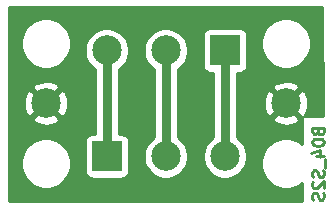
<source format=gbr>
G04 #@! TF.GenerationSoftware,KiCad,Pcbnew,5.1.5-52549c5~86~ubuntu18.04.1*
G04 #@! TF.CreationDate,2020-10-02T17:19:18-05:00*
G04 #@! TF.ProjectId,B04,4230342e-6b69-4636-9164-5f7063625858,rev?*
G04 #@! TF.SameCoordinates,Original*
G04 #@! TF.FileFunction,Copper,L2,Bot*
G04 #@! TF.FilePolarity,Positive*
%FSLAX46Y46*%
G04 Gerber Fmt 4.6, Leading zero omitted, Abs format (unit mm)*
G04 Created by KiCad (PCBNEW 5.1.5-52549c5~86~ubuntu18.04.1) date 2020-10-02 17:19:18*
%MOMM*%
%LPD*%
G04 APERTURE LIST*
%ADD10C,0.250000*%
%ADD11C,2.500000*%
%ADD12R,2.500000X2.500000*%
%ADD13C,2.499360*%
%ADD14C,0.750000*%
%ADD15C,0.254000*%
G04 APERTURE END LIST*
D10*
X46816971Y-31269323D02*
X46864590Y-31412180D01*
X46912209Y-31459800D01*
X47007447Y-31507419D01*
X47150304Y-31507419D01*
X47245542Y-31459800D01*
X47293161Y-31412180D01*
X47340780Y-31316942D01*
X47340780Y-30935990D01*
X46340780Y-30935990D01*
X46340780Y-31269323D01*
X46388400Y-31364561D01*
X46436019Y-31412180D01*
X46531257Y-31459800D01*
X46626495Y-31459800D01*
X46721733Y-31412180D01*
X46769352Y-31364561D01*
X46816971Y-31269323D01*
X46816971Y-30935990D01*
X46340780Y-32126466D02*
X46340780Y-32221704D01*
X46388400Y-32316942D01*
X46436019Y-32364561D01*
X46531257Y-32412180D01*
X46721733Y-32459800D01*
X46959828Y-32459800D01*
X47150304Y-32412180D01*
X47245542Y-32364561D01*
X47293161Y-32316942D01*
X47340780Y-32221704D01*
X47340780Y-32126466D01*
X47293161Y-32031228D01*
X47245542Y-31983609D01*
X47150304Y-31935990D01*
X46959828Y-31888371D01*
X46721733Y-31888371D01*
X46531257Y-31935990D01*
X46436019Y-31983609D01*
X46388400Y-32031228D01*
X46340780Y-32126466D01*
X46674114Y-33316942D02*
X47340780Y-33316942D01*
X46293161Y-33078847D02*
X47007447Y-32840752D01*
X47007447Y-33459800D01*
X47436019Y-33602657D02*
X47436019Y-34364561D01*
X47293161Y-34555038D02*
X47340780Y-34697895D01*
X47340780Y-34935990D01*
X47293161Y-35031228D01*
X47245542Y-35078847D01*
X47150304Y-35126466D01*
X47055066Y-35126466D01*
X46959828Y-35078847D01*
X46912209Y-35031228D01*
X46864590Y-34935990D01*
X46816971Y-34745514D01*
X46769352Y-34650276D01*
X46721733Y-34602657D01*
X46626495Y-34555038D01*
X46531257Y-34555038D01*
X46436019Y-34602657D01*
X46388400Y-34650276D01*
X46340780Y-34745514D01*
X46340780Y-34983609D01*
X46388400Y-35126466D01*
X46436019Y-35507419D02*
X46388400Y-35555038D01*
X46340780Y-35650276D01*
X46340780Y-35888371D01*
X46388400Y-35983609D01*
X46436019Y-36031228D01*
X46531257Y-36078847D01*
X46626495Y-36078847D01*
X46769352Y-36031228D01*
X47340780Y-35459800D01*
X47340780Y-36078847D01*
X47293161Y-36459800D02*
X47340780Y-36602657D01*
X47340780Y-36840752D01*
X47293161Y-36935990D01*
X47245542Y-36983609D01*
X47150304Y-37031228D01*
X47055066Y-37031228D01*
X46959828Y-36983609D01*
X46912209Y-36935990D01*
X46864590Y-36840752D01*
X46816971Y-36650276D01*
X46769352Y-36555038D01*
X46721733Y-36507419D01*
X46626495Y-36459800D01*
X46531257Y-36459800D01*
X46436019Y-36507419D01*
X46388400Y-36555038D01*
X46340780Y-36650276D01*
X46340780Y-36888371D01*
X46388400Y-37031228D01*
D11*
X38970000Y-33370600D03*
X33970000Y-33370600D03*
D12*
X28970000Y-33370600D03*
D11*
X28970000Y-24409400D03*
X33970000Y-24409400D03*
D12*
X38970000Y-24409400D03*
D13*
X44130000Y-28890000D03*
X23810000Y-28890000D03*
D14*
X28970000Y-26177166D02*
X28970000Y-33370600D01*
X28970000Y-24409400D02*
X28970000Y-26177166D01*
X33970000Y-26177166D02*
X33970000Y-33370600D01*
X33970000Y-24409400D02*
X33970000Y-26177166D01*
X38970000Y-24409400D02*
X38970000Y-33370600D01*
D15*
G36*
X47280001Y-29845411D02*
G01*
X47280001Y-29937895D01*
X45641182Y-29937895D01*
X45733315Y-29897896D01*
X45899139Y-29565738D01*
X45996975Y-29207613D01*
X46023065Y-28837281D01*
X45976405Y-28468975D01*
X45858789Y-28116849D01*
X45733315Y-27882104D01*
X45443377Y-27756229D01*
X44309605Y-28890000D01*
X45443377Y-30023771D01*
X45470900Y-30011822D01*
X45470900Y-32298218D01*
X45141302Y-32077988D01*
X44752756Y-31917047D01*
X44340279Y-31835000D01*
X43919721Y-31835000D01*
X43507244Y-31917047D01*
X43118698Y-32077988D01*
X42769017Y-32311637D01*
X42471637Y-32609017D01*
X42237988Y-32958698D01*
X42077047Y-33347244D01*
X41995000Y-33759721D01*
X41995000Y-34180279D01*
X42077047Y-34592756D01*
X42237988Y-34981302D01*
X42471637Y-35330983D01*
X42769017Y-35628363D01*
X43118698Y-35862012D01*
X43507244Y-36022953D01*
X43919721Y-36105000D01*
X44340279Y-36105000D01*
X44752756Y-36022953D01*
X45141302Y-35862012D01*
X45470900Y-35641782D01*
X45470900Y-37120000D01*
X20726400Y-37120000D01*
X20726400Y-33759721D01*
X21675000Y-33759721D01*
X21675000Y-34180279D01*
X21757047Y-34592756D01*
X21917988Y-34981302D01*
X22151637Y-35330983D01*
X22449017Y-35628363D01*
X22798698Y-35862012D01*
X23187244Y-36022953D01*
X23599721Y-36105000D01*
X24020279Y-36105000D01*
X24432756Y-36022953D01*
X24821302Y-35862012D01*
X25170983Y-35628363D01*
X25468363Y-35330983D01*
X25702012Y-34981302D01*
X25862953Y-34592756D01*
X25945000Y-34180279D01*
X25945000Y-33759721D01*
X25862953Y-33347244D01*
X25702012Y-32958698D01*
X25468363Y-32609017D01*
X25170983Y-32311637D01*
X24885076Y-32120600D01*
X27081928Y-32120600D01*
X27081928Y-34620600D01*
X27094188Y-34745082D01*
X27130498Y-34864780D01*
X27189463Y-34975094D01*
X27268815Y-35071785D01*
X27365506Y-35151137D01*
X27475820Y-35210102D01*
X27595518Y-35246412D01*
X27720000Y-35258672D01*
X30220000Y-35258672D01*
X30344482Y-35246412D01*
X30464180Y-35210102D01*
X30574494Y-35151137D01*
X30671185Y-35071785D01*
X30750537Y-34975094D01*
X30809502Y-34864780D01*
X30845812Y-34745082D01*
X30858072Y-34620600D01*
X30858072Y-32120600D01*
X30845812Y-31996118D01*
X30809502Y-31876420D01*
X30750537Y-31766106D01*
X30671185Y-31669415D01*
X30574494Y-31590063D01*
X30464180Y-31531098D01*
X30344482Y-31494788D01*
X30220000Y-31482528D01*
X29980000Y-31482528D01*
X29980000Y-26001610D01*
X30171618Y-25873575D01*
X30434175Y-25611018D01*
X30640466Y-25302282D01*
X30782561Y-24959234D01*
X30855000Y-24595056D01*
X30855000Y-24223744D01*
X32085000Y-24223744D01*
X32085000Y-24595056D01*
X32157439Y-24959234D01*
X32299534Y-25302282D01*
X32505825Y-25611018D01*
X32768382Y-25873575D01*
X32960001Y-26001611D01*
X32960001Y-26127549D01*
X32960000Y-26127559D01*
X32960001Y-31778389D01*
X32768382Y-31906425D01*
X32505825Y-32168982D01*
X32299534Y-32477718D01*
X32157439Y-32820766D01*
X32085000Y-33184944D01*
X32085000Y-33556256D01*
X32157439Y-33920434D01*
X32299534Y-34263482D01*
X32505825Y-34572218D01*
X32768382Y-34834775D01*
X33077118Y-35041066D01*
X33420166Y-35183161D01*
X33784344Y-35255600D01*
X34155656Y-35255600D01*
X34519834Y-35183161D01*
X34862882Y-35041066D01*
X35171618Y-34834775D01*
X35434175Y-34572218D01*
X35640466Y-34263482D01*
X35782561Y-33920434D01*
X35855000Y-33556256D01*
X35855000Y-33184944D01*
X35782561Y-32820766D01*
X35640466Y-32477718D01*
X35434175Y-32168982D01*
X35171618Y-31906425D01*
X34980000Y-31778390D01*
X34980000Y-26001610D01*
X35171618Y-25873575D01*
X35434175Y-25611018D01*
X35640466Y-25302282D01*
X35782561Y-24959234D01*
X35855000Y-24595056D01*
X35855000Y-24223744D01*
X35782561Y-23859566D01*
X35640466Y-23516518D01*
X35434175Y-23207782D01*
X35385793Y-23159400D01*
X37081928Y-23159400D01*
X37081928Y-25659400D01*
X37094188Y-25783882D01*
X37130498Y-25903580D01*
X37189463Y-26013894D01*
X37268815Y-26110585D01*
X37365506Y-26189937D01*
X37475820Y-26248902D01*
X37595518Y-26285212D01*
X37720000Y-26297472D01*
X37960000Y-26297472D01*
X37960001Y-31778389D01*
X37768382Y-31906425D01*
X37505825Y-32168982D01*
X37299534Y-32477718D01*
X37157439Y-32820766D01*
X37085000Y-33184944D01*
X37085000Y-33556256D01*
X37157439Y-33920434D01*
X37299534Y-34263482D01*
X37505825Y-34572218D01*
X37768382Y-34834775D01*
X38077118Y-35041066D01*
X38420166Y-35183161D01*
X38784344Y-35255600D01*
X39155656Y-35255600D01*
X39519834Y-35183161D01*
X39862882Y-35041066D01*
X40171618Y-34834775D01*
X40434175Y-34572218D01*
X40640466Y-34263482D01*
X40782561Y-33920434D01*
X40855000Y-33556256D01*
X40855000Y-33184944D01*
X40782561Y-32820766D01*
X40640466Y-32477718D01*
X40434175Y-32168982D01*
X40171618Y-31906425D01*
X39980000Y-31778390D01*
X39980000Y-30203377D01*
X42996229Y-30203377D01*
X43122104Y-30493315D01*
X43454262Y-30659139D01*
X43812387Y-30756975D01*
X44182719Y-30783065D01*
X44551025Y-30736405D01*
X44903151Y-30618789D01*
X45137896Y-30493315D01*
X45263771Y-30203377D01*
X44130000Y-29069605D01*
X42996229Y-30203377D01*
X39980000Y-30203377D01*
X39980000Y-28942719D01*
X42236935Y-28942719D01*
X42283595Y-29311025D01*
X42401211Y-29663151D01*
X42526685Y-29897896D01*
X42816623Y-30023771D01*
X43950395Y-28890000D01*
X42816623Y-27756229D01*
X42526685Y-27882104D01*
X42360861Y-28214262D01*
X42263025Y-28572387D01*
X42236935Y-28942719D01*
X39980000Y-28942719D01*
X39980000Y-27576623D01*
X42996229Y-27576623D01*
X44130000Y-28710395D01*
X45263771Y-27576623D01*
X45137896Y-27286685D01*
X44805738Y-27120861D01*
X44447613Y-27023025D01*
X44077281Y-26996935D01*
X43708975Y-27043595D01*
X43356849Y-27161211D01*
X43122104Y-27286685D01*
X42996229Y-27576623D01*
X39980000Y-27576623D01*
X39980000Y-26297472D01*
X40220000Y-26297472D01*
X40344482Y-26285212D01*
X40464180Y-26248902D01*
X40574494Y-26189937D01*
X40671185Y-26110585D01*
X40750537Y-26013894D01*
X40809502Y-25903580D01*
X40845812Y-25783882D01*
X40858072Y-25659400D01*
X40858072Y-23599721D01*
X41995000Y-23599721D01*
X41995000Y-24020279D01*
X42077047Y-24432756D01*
X42237988Y-24821302D01*
X42471637Y-25170983D01*
X42769017Y-25468363D01*
X43118698Y-25702012D01*
X43507244Y-25862953D01*
X43919721Y-25945000D01*
X44340279Y-25945000D01*
X44752756Y-25862953D01*
X45141302Y-25702012D01*
X45490983Y-25468363D01*
X45788363Y-25170983D01*
X46022012Y-24821302D01*
X46182953Y-24432756D01*
X46265000Y-24020279D01*
X46265000Y-23599721D01*
X46182953Y-23187244D01*
X46022012Y-22798698D01*
X45788363Y-22449017D01*
X45490983Y-22151637D01*
X45141302Y-21917988D01*
X44752756Y-21757047D01*
X44340279Y-21675000D01*
X43919721Y-21675000D01*
X43507244Y-21757047D01*
X43118698Y-21917988D01*
X42769017Y-22151637D01*
X42471637Y-22449017D01*
X42237988Y-22798698D01*
X42077047Y-23187244D01*
X41995000Y-23599721D01*
X40858072Y-23599721D01*
X40858072Y-23159400D01*
X40845812Y-23034918D01*
X40809502Y-22915220D01*
X40750537Y-22804906D01*
X40671185Y-22708215D01*
X40574494Y-22628863D01*
X40464180Y-22569898D01*
X40344482Y-22533588D01*
X40220000Y-22521328D01*
X37720000Y-22521328D01*
X37595518Y-22533588D01*
X37475820Y-22569898D01*
X37365506Y-22628863D01*
X37268815Y-22708215D01*
X37189463Y-22804906D01*
X37130498Y-22915220D01*
X37094188Y-23034918D01*
X37081928Y-23159400D01*
X35385793Y-23159400D01*
X35171618Y-22945225D01*
X34862882Y-22738934D01*
X34519834Y-22596839D01*
X34155656Y-22524400D01*
X33784344Y-22524400D01*
X33420166Y-22596839D01*
X33077118Y-22738934D01*
X32768382Y-22945225D01*
X32505825Y-23207782D01*
X32299534Y-23516518D01*
X32157439Y-23859566D01*
X32085000Y-24223744D01*
X30855000Y-24223744D01*
X30782561Y-23859566D01*
X30640466Y-23516518D01*
X30434175Y-23207782D01*
X30171618Y-22945225D01*
X29862882Y-22738934D01*
X29519834Y-22596839D01*
X29155656Y-22524400D01*
X28784344Y-22524400D01*
X28420166Y-22596839D01*
X28077118Y-22738934D01*
X27768382Y-22945225D01*
X27505825Y-23207782D01*
X27299534Y-23516518D01*
X27157439Y-23859566D01*
X27085000Y-24223744D01*
X27085000Y-24595056D01*
X27157439Y-24959234D01*
X27299534Y-25302282D01*
X27505825Y-25611018D01*
X27768382Y-25873575D01*
X27960001Y-26001611D01*
X27960001Y-26127549D01*
X27960000Y-26127559D01*
X27960001Y-31482528D01*
X27720000Y-31482528D01*
X27595518Y-31494788D01*
X27475820Y-31531098D01*
X27365506Y-31590063D01*
X27268815Y-31669415D01*
X27189463Y-31766106D01*
X27130498Y-31876420D01*
X27094188Y-31996118D01*
X27081928Y-32120600D01*
X24885076Y-32120600D01*
X24821302Y-32077988D01*
X24432756Y-31917047D01*
X24020279Y-31835000D01*
X23599721Y-31835000D01*
X23187244Y-31917047D01*
X22798698Y-32077988D01*
X22449017Y-32311637D01*
X22151637Y-32609017D01*
X21917988Y-32958698D01*
X21757047Y-33347244D01*
X21675000Y-33759721D01*
X20726400Y-33759721D01*
X20726400Y-30203377D01*
X22676229Y-30203377D01*
X22802104Y-30493315D01*
X23134262Y-30659139D01*
X23492387Y-30756975D01*
X23862719Y-30783065D01*
X24231025Y-30736405D01*
X24583151Y-30618789D01*
X24817896Y-30493315D01*
X24943771Y-30203377D01*
X23810000Y-29069605D01*
X22676229Y-30203377D01*
X20726400Y-30203377D01*
X20726400Y-28942719D01*
X21916935Y-28942719D01*
X21963595Y-29311025D01*
X22081211Y-29663151D01*
X22206685Y-29897896D01*
X22496623Y-30023771D01*
X23630395Y-28890000D01*
X23989605Y-28890000D01*
X25123377Y-30023771D01*
X25413315Y-29897896D01*
X25579139Y-29565738D01*
X25676975Y-29207613D01*
X25703065Y-28837281D01*
X25656405Y-28468975D01*
X25538789Y-28116849D01*
X25413315Y-27882104D01*
X25123377Y-27756229D01*
X23989605Y-28890000D01*
X23630395Y-28890000D01*
X22496623Y-27756229D01*
X22206685Y-27882104D01*
X22040861Y-28214262D01*
X21943025Y-28572387D01*
X21916935Y-28942719D01*
X20726400Y-28942719D01*
X20726400Y-27576623D01*
X22676229Y-27576623D01*
X23810000Y-28710395D01*
X24943771Y-27576623D01*
X24817896Y-27286685D01*
X24485738Y-27120861D01*
X24127613Y-27023025D01*
X23757281Y-26996935D01*
X23388975Y-27043595D01*
X23036849Y-27161211D01*
X22802104Y-27286685D01*
X22676229Y-27576623D01*
X20726400Y-27576623D01*
X20726400Y-23599721D01*
X21675000Y-23599721D01*
X21675000Y-24020279D01*
X21757047Y-24432756D01*
X21917988Y-24821302D01*
X22151637Y-25170983D01*
X22449017Y-25468363D01*
X22798698Y-25702012D01*
X23187244Y-25862953D01*
X23599721Y-25945000D01*
X24020279Y-25945000D01*
X24432756Y-25862953D01*
X24821302Y-25702012D01*
X25170983Y-25468363D01*
X25468363Y-25170983D01*
X25702012Y-24821302D01*
X25862953Y-24432756D01*
X25945000Y-24020279D01*
X25945000Y-23599721D01*
X25862953Y-23187244D01*
X25702012Y-22798698D01*
X25468363Y-22449017D01*
X25170983Y-22151637D01*
X24821302Y-21917988D01*
X24432756Y-21757047D01*
X24020279Y-21675000D01*
X23599721Y-21675000D01*
X23187244Y-21757047D01*
X22798698Y-21917988D01*
X22449017Y-22151637D01*
X22151637Y-22449017D01*
X21917988Y-22798698D01*
X21757047Y-23187244D01*
X21675000Y-23599721D01*
X20726400Y-23599721D01*
X20726400Y-20701000D01*
X47169327Y-20701000D01*
X47280001Y-29845411D01*
G37*
X47280001Y-29845411D02*
X47280001Y-29937895D01*
X45641182Y-29937895D01*
X45733315Y-29897896D01*
X45899139Y-29565738D01*
X45996975Y-29207613D01*
X46023065Y-28837281D01*
X45976405Y-28468975D01*
X45858789Y-28116849D01*
X45733315Y-27882104D01*
X45443377Y-27756229D01*
X44309605Y-28890000D01*
X45443377Y-30023771D01*
X45470900Y-30011822D01*
X45470900Y-32298218D01*
X45141302Y-32077988D01*
X44752756Y-31917047D01*
X44340279Y-31835000D01*
X43919721Y-31835000D01*
X43507244Y-31917047D01*
X43118698Y-32077988D01*
X42769017Y-32311637D01*
X42471637Y-32609017D01*
X42237988Y-32958698D01*
X42077047Y-33347244D01*
X41995000Y-33759721D01*
X41995000Y-34180279D01*
X42077047Y-34592756D01*
X42237988Y-34981302D01*
X42471637Y-35330983D01*
X42769017Y-35628363D01*
X43118698Y-35862012D01*
X43507244Y-36022953D01*
X43919721Y-36105000D01*
X44340279Y-36105000D01*
X44752756Y-36022953D01*
X45141302Y-35862012D01*
X45470900Y-35641782D01*
X45470900Y-37120000D01*
X20726400Y-37120000D01*
X20726400Y-33759721D01*
X21675000Y-33759721D01*
X21675000Y-34180279D01*
X21757047Y-34592756D01*
X21917988Y-34981302D01*
X22151637Y-35330983D01*
X22449017Y-35628363D01*
X22798698Y-35862012D01*
X23187244Y-36022953D01*
X23599721Y-36105000D01*
X24020279Y-36105000D01*
X24432756Y-36022953D01*
X24821302Y-35862012D01*
X25170983Y-35628363D01*
X25468363Y-35330983D01*
X25702012Y-34981302D01*
X25862953Y-34592756D01*
X25945000Y-34180279D01*
X25945000Y-33759721D01*
X25862953Y-33347244D01*
X25702012Y-32958698D01*
X25468363Y-32609017D01*
X25170983Y-32311637D01*
X24885076Y-32120600D01*
X27081928Y-32120600D01*
X27081928Y-34620600D01*
X27094188Y-34745082D01*
X27130498Y-34864780D01*
X27189463Y-34975094D01*
X27268815Y-35071785D01*
X27365506Y-35151137D01*
X27475820Y-35210102D01*
X27595518Y-35246412D01*
X27720000Y-35258672D01*
X30220000Y-35258672D01*
X30344482Y-35246412D01*
X30464180Y-35210102D01*
X30574494Y-35151137D01*
X30671185Y-35071785D01*
X30750537Y-34975094D01*
X30809502Y-34864780D01*
X30845812Y-34745082D01*
X30858072Y-34620600D01*
X30858072Y-32120600D01*
X30845812Y-31996118D01*
X30809502Y-31876420D01*
X30750537Y-31766106D01*
X30671185Y-31669415D01*
X30574494Y-31590063D01*
X30464180Y-31531098D01*
X30344482Y-31494788D01*
X30220000Y-31482528D01*
X29980000Y-31482528D01*
X29980000Y-26001610D01*
X30171618Y-25873575D01*
X30434175Y-25611018D01*
X30640466Y-25302282D01*
X30782561Y-24959234D01*
X30855000Y-24595056D01*
X30855000Y-24223744D01*
X32085000Y-24223744D01*
X32085000Y-24595056D01*
X32157439Y-24959234D01*
X32299534Y-25302282D01*
X32505825Y-25611018D01*
X32768382Y-25873575D01*
X32960001Y-26001611D01*
X32960001Y-26127549D01*
X32960000Y-26127559D01*
X32960001Y-31778389D01*
X32768382Y-31906425D01*
X32505825Y-32168982D01*
X32299534Y-32477718D01*
X32157439Y-32820766D01*
X32085000Y-33184944D01*
X32085000Y-33556256D01*
X32157439Y-33920434D01*
X32299534Y-34263482D01*
X32505825Y-34572218D01*
X32768382Y-34834775D01*
X33077118Y-35041066D01*
X33420166Y-35183161D01*
X33784344Y-35255600D01*
X34155656Y-35255600D01*
X34519834Y-35183161D01*
X34862882Y-35041066D01*
X35171618Y-34834775D01*
X35434175Y-34572218D01*
X35640466Y-34263482D01*
X35782561Y-33920434D01*
X35855000Y-33556256D01*
X35855000Y-33184944D01*
X35782561Y-32820766D01*
X35640466Y-32477718D01*
X35434175Y-32168982D01*
X35171618Y-31906425D01*
X34980000Y-31778390D01*
X34980000Y-26001610D01*
X35171618Y-25873575D01*
X35434175Y-25611018D01*
X35640466Y-25302282D01*
X35782561Y-24959234D01*
X35855000Y-24595056D01*
X35855000Y-24223744D01*
X35782561Y-23859566D01*
X35640466Y-23516518D01*
X35434175Y-23207782D01*
X35385793Y-23159400D01*
X37081928Y-23159400D01*
X37081928Y-25659400D01*
X37094188Y-25783882D01*
X37130498Y-25903580D01*
X37189463Y-26013894D01*
X37268815Y-26110585D01*
X37365506Y-26189937D01*
X37475820Y-26248902D01*
X37595518Y-26285212D01*
X37720000Y-26297472D01*
X37960000Y-26297472D01*
X37960001Y-31778389D01*
X37768382Y-31906425D01*
X37505825Y-32168982D01*
X37299534Y-32477718D01*
X37157439Y-32820766D01*
X37085000Y-33184944D01*
X37085000Y-33556256D01*
X37157439Y-33920434D01*
X37299534Y-34263482D01*
X37505825Y-34572218D01*
X37768382Y-34834775D01*
X38077118Y-35041066D01*
X38420166Y-35183161D01*
X38784344Y-35255600D01*
X39155656Y-35255600D01*
X39519834Y-35183161D01*
X39862882Y-35041066D01*
X40171618Y-34834775D01*
X40434175Y-34572218D01*
X40640466Y-34263482D01*
X40782561Y-33920434D01*
X40855000Y-33556256D01*
X40855000Y-33184944D01*
X40782561Y-32820766D01*
X40640466Y-32477718D01*
X40434175Y-32168982D01*
X40171618Y-31906425D01*
X39980000Y-31778390D01*
X39980000Y-30203377D01*
X42996229Y-30203377D01*
X43122104Y-30493315D01*
X43454262Y-30659139D01*
X43812387Y-30756975D01*
X44182719Y-30783065D01*
X44551025Y-30736405D01*
X44903151Y-30618789D01*
X45137896Y-30493315D01*
X45263771Y-30203377D01*
X44130000Y-29069605D01*
X42996229Y-30203377D01*
X39980000Y-30203377D01*
X39980000Y-28942719D01*
X42236935Y-28942719D01*
X42283595Y-29311025D01*
X42401211Y-29663151D01*
X42526685Y-29897896D01*
X42816623Y-30023771D01*
X43950395Y-28890000D01*
X42816623Y-27756229D01*
X42526685Y-27882104D01*
X42360861Y-28214262D01*
X42263025Y-28572387D01*
X42236935Y-28942719D01*
X39980000Y-28942719D01*
X39980000Y-27576623D01*
X42996229Y-27576623D01*
X44130000Y-28710395D01*
X45263771Y-27576623D01*
X45137896Y-27286685D01*
X44805738Y-27120861D01*
X44447613Y-27023025D01*
X44077281Y-26996935D01*
X43708975Y-27043595D01*
X43356849Y-27161211D01*
X43122104Y-27286685D01*
X42996229Y-27576623D01*
X39980000Y-27576623D01*
X39980000Y-26297472D01*
X40220000Y-26297472D01*
X40344482Y-26285212D01*
X40464180Y-26248902D01*
X40574494Y-26189937D01*
X40671185Y-26110585D01*
X40750537Y-26013894D01*
X40809502Y-25903580D01*
X40845812Y-25783882D01*
X40858072Y-25659400D01*
X40858072Y-23599721D01*
X41995000Y-23599721D01*
X41995000Y-24020279D01*
X42077047Y-24432756D01*
X42237988Y-24821302D01*
X42471637Y-25170983D01*
X42769017Y-25468363D01*
X43118698Y-25702012D01*
X43507244Y-25862953D01*
X43919721Y-25945000D01*
X44340279Y-25945000D01*
X44752756Y-25862953D01*
X45141302Y-25702012D01*
X45490983Y-25468363D01*
X45788363Y-25170983D01*
X46022012Y-24821302D01*
X46182953Y-24432756D01*
X46265000Y-24020279D01*
X46265000Y-23599721D01*
X46182953Y-23187244D01*
X46022012Y-22798698D01*
X45788363Y-22449017D01*
X45490983Y-22151637D01*
X45141302Y-21917988D01*
X44752756Y-21757047D01*
X44340279Y-21675000D01*
X43919721Y-21675000D01*
X43507244Y-21757047D01*
X43118698Y-21917988D01*
X42769017Y-22151637D01*
X42471637Y-22449017D01*
X42237988Y-22798698D01*
X42077047Y-23187244D01*
X41995000Y-23599721D01*
X40858072Y-23599721D01*
X40858072Y-23159400D01*
X40845812Y-23034918D01*
X40809502Y-22915220D01*
X40750537Y-22804906D01*
X40671185Y-22708215D01*
X40574494Y-22628863D01*
X40464180Y-22569898D01*
X40344482Y-22533588D01*
X40220000Y-22521328D01*
X37720000Y-22521328D01*
X37595518Y-22533588D01*
X37475820Y-22569898D01*
X37365506Y-22628863D01*
X37268815Y-22708215D01*
X37189463Y-22804906D01*
X37130498Y-22915220D01*
X37094188Y-23034918D01*
X37081928Y-23159400D01*
X35385793Y-23159400D01*
X35171618Y-22945225D01*
X34862882Y-22738934D01*
X34519834Y-22596839D01*
X34155656Y-22524400D01*
X33784344Y-22524400D01*
X33420166Y-22596839D01*
X33077118Y-22738934D01*
X32768382Y-22945225D01*
X32505825Y-23207782D01*
X32299534Y-23516518D01*
X32157439Y-23859566D01*
X32085000Y-24223744D01*
X30855000Y-24223744D01*
X30782561Y-23859566D01*
X30640466Y-23516518D01*
X30434175Y-23207782D01*
X30171618Y-22945225D01*
X29862882Y-22738934D01*
X29519834Y-22596839D01*
X29155656Y-22524400D01*
X28784344Y-22524400D01*
X28420166Y-22596839D01*
X28077118Y-22738934D01*
X27768382Y-22945225D01*
X27505825Y-23207782D01*
X27299534Y-23516518D01*
X27157439Y-23859566D01*
X27085000Y-24223744D01*
X27085000Y-24595056D01*
X27157439Y-24959234D01*
X27299534Y-25302282D01*
X27505825Y-25611018D01*
X27768382Y-25873575D01*
X27960001Y-26001611D01*
X27960001Y-26127549D01*
X27960000Y-26127559D01*
X27960001Y-31482528D01*
X27720000Y-31482528D01*
X27595518Y-31494788D01*
X27475820Y-31531098D01*
X27365506Y-31590063D01*
X27268815Y-31669415D01*
X27189463Y-31766106D01*
X27130498Y-31876420D01*
X27094188Y-31996118D01*
X27081928Y-32120600D01*
X24885076Y-32120600D01*
X24821302Y-32077988D01*
X24432756Y-31917047D01*
X24020279Y-31835000D01*
X23599721Y-31835000D01*
X23187244Y-31917047D01*
X22798698Y-32077988D01*
X22449017Y-32311637D01*
X22151637Y-32609017D01*
X21917988Y-32958698D01*
X21757047Y-33347244D01*
X21675000Y-33759721D01*
X20726400Y-33759721D01*
X20726400Y-30203377D01*
X22676229Y-30203377D01*
X22802104Y-30493315D01*
X23134262Y-30659139D01*
X23492387Y-30756975D01*
X23862719Y-30783065D01*
X24231025Y-30736405D01*
X24583151Y-30618789D01*
X24817896Y-30493315D01*
X24943771Y-30203377D01*
X23810000Y-29069605D01*
X22676229Y-30203377D01*
X20726400Y-30203377D01*
X20726400Y-28942719D01*
X21916935Y-28942719D01*
X21963595Y-29311025D01*
X22081211Y-29663151D01*
X22206685Y-29897896D01*
X22496623Y-30023771D01*
X23630395Y-28890000D01*
X23989605Y-28890000D01*
X25123377Y-30023771D01*
X25413315Y-29897896D01*
X25579139Y-29565738D01*
X25676975Y-29207613D01*
X25703065Y-28837281D01*
X25656405Y-28468975D01*
X25538789Y-28116849D01*
X25413315Y-27882104D01*
X25123377Y-27756229D01*
X23989605Y-28890000D01*
X23630395Y-28890000D01*
X22496623Y-27756229D01*
X22206685Y-27882104D01*
X22040861Y-28214262D01*
X21943025Y-28572387D01*
X21916935Y-28942719D01*
X20726400Y-28942719D01*
X20726400Y-27576623D01*
X22676229Y-27576623D01*
X23810000Y-28710395D01*
X24943771Y-27576623D01*
X24817896Y-27286685D01*
X24485738Y-27120861D01*
X24127613Y-27023025D01*
X23757281Y-26996935D01*
X23388975Y-27043595D01*
X23036849Y-27161211D01*
X22802104Y-27286685D01*
X22676229Y-27576623D01*
X20726400Y-27576623D01*
X20726400Y-23599721D01*
X21675000Y-23599721D01*
X21675000Y-24020279D01*
X21757047Y-24432756D01*
X21917988Y-24821302D01*
X22151637Y-25170983D01*
X22449017Y-25468363D01*
X22798698Y-25702012D01*
X23187244Y-25862953D01*
X23599721Y-25945000D01*
X24020279Y-25945000D01*
X24432756Y-25862953D01*
X24821302Y-25702012D01*
X25170983Y-25468363D01*
X25468363Y-25170983D01*
X25702012Y-24821302D01*
X25862953Y-24432756D01*
X25945000Y-24020279D01*
X25945000Y-23599721D01*
X25862953Y-23187244D01*
X25702012Y-22798698D01*
X25468363Y-22449017D01*
X25170983Y-22151637D01*
X24821302Y-21917988D01*
X24432756Y-21757047D01*
X24020279Y-21675000D01*
X23599721Y-21675000D01*
X23187244Y-21757047D01*
X22798698Y-21917988D01*
X22449017Y-22151637D01*
X22151637Y-22449017D01*
X21917988Y-22798698D01*
X21757047Y-23187244D01*
X21675000Y-23599721D01*
X20726400Y-23599721D01*
X20726400Y-20701000D01*
X47169327Y-20701000D01*
X47280001Y-29845411D01*
M02*

</source>
